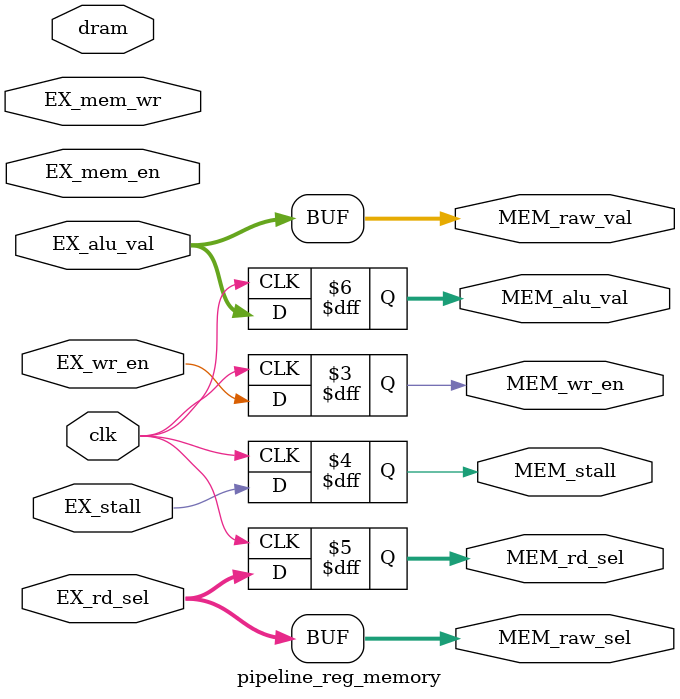
<source format=v>
`timescale 1ns / 1ps


module pipeline_reg_memory(
    input               clk,
                        EX_wr_en,
                        EX_mem_en,
                        EX_mem_wr,
                        EX_stall,
            
    input [4:0]         EX_rd_sel,
    
    input [31:0]        EX_alu_val,   

    output reg          MEM_wr_en,
                        MEM_stall,
    
    output reg [4:0]    MEM_rd_sel,
                        MEM_raw_sel,
                    
    output reg [31:0]   MEM_alu_val,
                        MEM_raw_val,
                        
    inout [31:0]        dram                                      
);

    always @(posedge clk) begin      
        MEM_wr_en   <= EX_wr_en;
        MEM_stall   <= EX_stall;
        //MEM_raw_sel <= EX_rd_sel;
        MEM_rd_sel  <= EX_rd_sel;
        MEM_alu_val <= EX_alu_val;
        
        /*
        if (EX_mem_en && !EX_mem_wr) MEM_alu_val <= dram[EX_alu_val];     
        else if (EX_mem_en && EX_mem_wr) dram[EX_alu_val] <= EX_rs2_val;
        else MEM_alu_val <= EX_alu_val;
        */           
    end
    
    always @(*) begin       
        MEM_raw_sel <= EX_rd_sel;
        MEM_raw_val <= EX_alu_val;
        /*
        if (EX_mem_en && !EX_mem_wr) MEM_raw_val <= dram[EX_alu_val];
        else MEM_raw_val <= EX_alu_val;
        */   
    end    

endmodule

</source>
